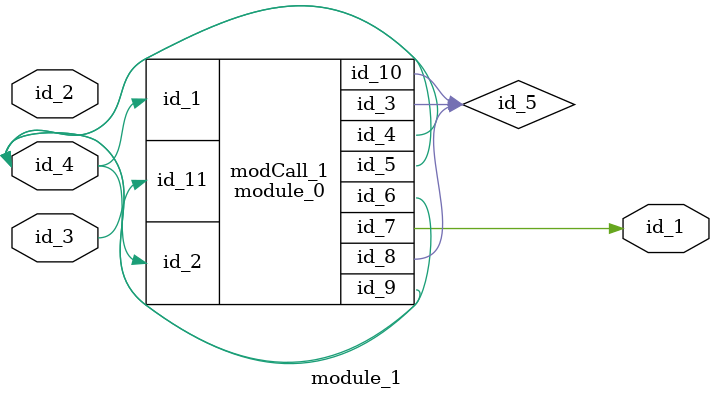
<source format=v>
module module_0 (
    id_1,
    id_2,
    id_3,
    id_4,
    id_5,
    id_6,
    id_7,
    id_8,
    id_9,
    id_10,
    id_11
);
  input wire id_11;
  inout wire id_10;
  inout wire id_9;
  output wire id_8;
  output wire id_7;
  output wire id_6;
  output wire id_5;
  inout wire id_4;
  output wire id_3;
  input wire id_2;
  input wire id_1;
endmodule
module module_1 (
    id_1,
    id_2,
    id_3,
    id_4
);
  inout wire id_4;
  input wire id_3;
  input wire id_2;
  output wire id_1;
  wire id_5;
  module_0 modCall_1 (
      id_4,
      id_4,
      id_5,
      id_4,
      id_4,
      id_4,
      id_1,
      id_5,
      id_4,
      id_5,
      id_3
  );
endmodule

</source>
